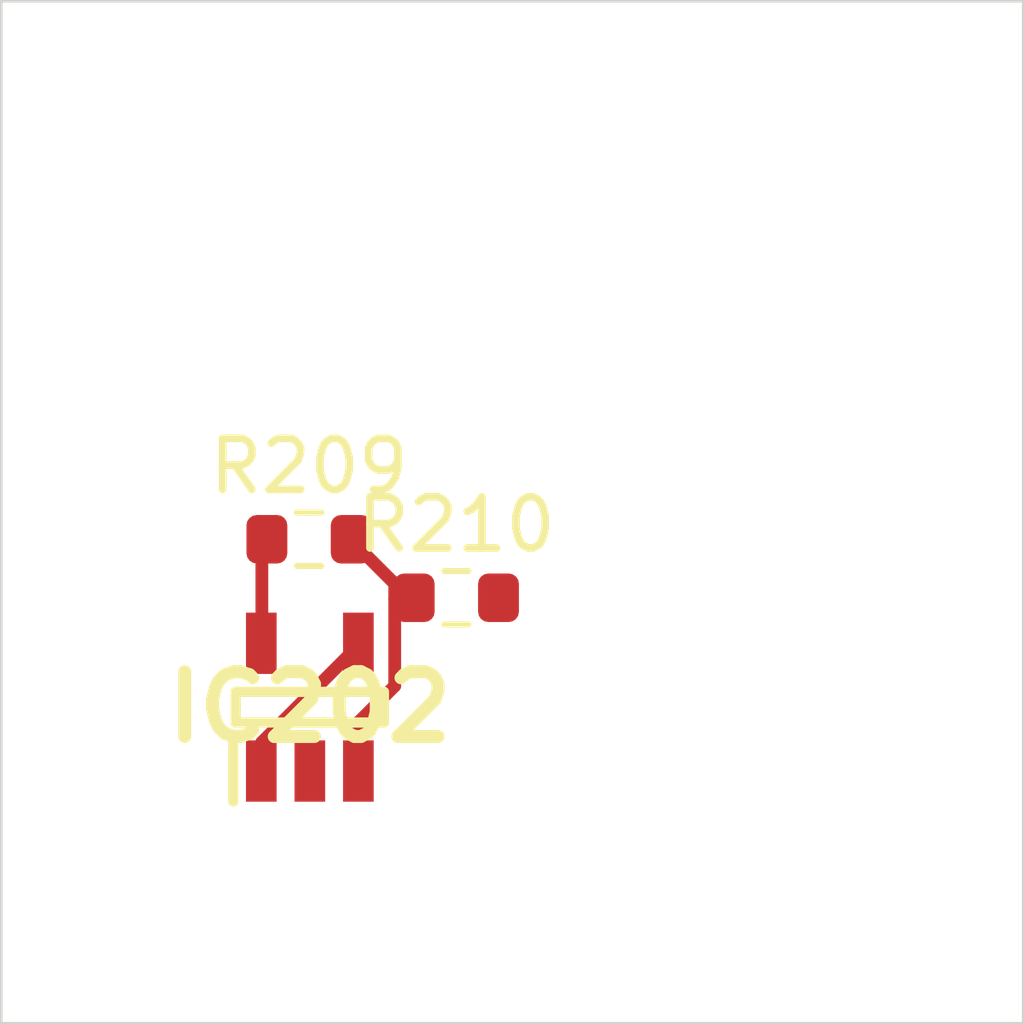
<source format=kicad_pcb>
 ( kicad_pcb  ( version 20171130 )
 ( host pcbnew 5.1.12-84ad8e8a86~92~ubuntu18.04.1 )
 ( general  ( thickness 1.6 )
 ( drawings 4 )
 ( tracks 0 )
 ( zones 0 )
 ( modules 3 )
 ( nets 5 )
)
 ( page A4 )
 ( layers  ( 0 F.Cu signal )
 ( 31 B.Cu signal )
 ( 32 B.Adhes user )
 ( 33 F.Adhes user )
 ( 34 B.Paste user )
 ( 35 F.Paste user )
 ( 36 B.SilkS user )
 ( 37 F.SilkS user )
 ( 38 B.Mask user )
 ( 39 F.Mask user )
 ( 40 Dwgs.User user )
 ( 41 Cmts.User user )
 ( 42 Eco1.User user )
 ( 43 Eco2.User user )
 ( 44 Edge.Cuts user )
 ( 45 Margin user )
 ( 46 B.CrtYd user )
 ( 47 F.CrtYd user )
 ( 48 B.Fab user )
 ( 49 F.Fab user )
)
 ( setup  ( last_trace_width 0.25 )
 ( trace_clearance 0.2 )
 ( zone_clearance 0.508 )
 ( zone_45_only no )
 ( trace_min 0.2 )
 ( via_size 0.8 )
 ( via_drill 0.4 )
 ( via_min_size 0.4 )
 ( via_min_drill 0.3 )
 ( uvia_size 0.3 )
 ( uvia_drill 0.1 )
 ( uvias_allowed no )
 ( uvia_min_size 0.2 )
 ( uvia_min_drill 0.1 )
 ( edge_width 0.05 )
 ( segment_width 0.2 )
 ( pcb_text_width 0.3 )
 ( pcb_text_size 1.5 1.5 )
 ( mod_edge_width 0.12 )
 ( mod_text_size 1 1 )
 ( mod_text_width 0.15 )
 ( pad_size 1.524 1.524 )
 ( pad_drill 0.762 )
 ( pad_to_mask_clearance 0 )
 ( aux_axis_origin 0 0 )
 ( visible_elements FFFFFF7F )
 ( pcbplotparams  ( layerselection 0x010fc_ffffffff )
 ( usegerberextensions false )
 ( usegerberattributes true )
 ( usegerberadvancedattributes true )
 ( creategerberjobfile true )
 ( excludeedgelayer true )
 ( linewidth 0.100000 )
 ( plotframeref false )
 ( viasonmask false )
 ( mode 1 )
 ( useauxorigin false )
 ( hpglpennumber 1 )
 ( hpglpenspeed 20 )
 ( hpglpendiameter 15.000000 )
 ( psnegative false )
 ( psa4output false )
 ( plotreference true )
 ( plotvalue true )
 ( plotinvisibletext false )
 ( padsonsilk false )
 ( subtractmaskfromsilk false )
 ( outputformat 1 )
 ( mirror false )
 ( drillshape 1 )
 ( scaleselection 1 )
 ( outputdirectory "" )
)
)
 ( net 0 "" )
 ( net 1 GND )
 ( net 2 VDDA )
 ( net 3 /Sheet6235D886/vp )
 ( net 4 "Net-(IC202-Pad3)" )
 ( net_class Default "This is the default net class."  ( clearance 0.2 )
 ( trace_width 0.25 )
 ( via_dia 0.8 )
 ( via_drill 0.4 )
 ( uvia_dia 0.3 )
 ( uvia_drill 0.1 )
 ( add_net /Sheet6235D886/vp )
 ( add_net GND )
 ( add_net "Net-(IC202-Pad3)" )
 ( add_net VDDA )
)
 ( module SOT95P280X145-5N locked  ( layer F.Cu )
 ( tedit 62336ED7 )
 ( tstamp 623423ED )
 ( at 86.038900 113.815000 90.000000 )
 ( descr DBV0005A )
 ( tags "Integrated Circuit" )
 ( path /6235D887/6266C08E )
 ( attr smd )
 ( fp_text reference IC202  ( at 0 0 )
 ( layer F.SilkS )
 ( effects  ( font  ( size 1.27 1.27 )
 ( thickness 0.254 )
)
)
)
 ( fp_text value TL071HIDBVR  ( at 0 0 )
 ( layer F.SilkS )
hide  ( effects  ( font  ( size 1.27 1.27 )
 ( thickness 0.254 )
)
)
)
 ( fp_line  ( start -1.85 -1.5 )
 ( end -0.65 -1.5 )
 ( layer F.SilkS )
 ( width 0.2 )
)
 ( fp_line  ( start -0.3 1.45 )
 ( end -0.3 -1.45 )
 ( layer F.SilkS )
 ( width 0.2 )
)
 ( fp_line  ( start 0.3 1.45 )
 ( end -0.3 1.45 )
 ( layer F.SilkS )
 ( width 0.2 )
)
 ( fp_line  ( start 0.3 -1.45 )
 ( end 0.3 1.45 )
 ( layer F.SilkS )
 ( width 0.2 )
)
 ( fp_line  ( start -0.3 -1.45 )
 ( end 0.3 -1.45 )
 ( layer F.SilkS )
 ( width 0.2 )
)
 ( fp_line  ( start -0.8 -0.5 )
 ( end 0.15 -1.45 )
 ( layer Dwgs.User )
 ( width 0.1 )
)
 ( fp_line  ( start -0.8 1.45 )
 ( end -0.8 -1.45 )
 ( layer Dwgs.User )
 ( width 0.1 )
)
 ( fp_line  ( start 0.8 1.45 )
 ( end -0.8 1.45 )
 ( layer Dwgs.User )
 ( width 0.1 )
)
 ( fp_line  ( start 0.8 -1.45 )
 ( end 0.8 1.45 )
 ( layer Dwgs.User )
 ( width 0.1 )
)
 ( fp_line  ( start -0.8 -1.45 )
 ( end 0.8 -1.45 )
 ( layer Dwgs.User )
 ( width 0.1 )
)
 ( fp_line  ( start -2.1 1.775 )
 ( end -2.1 -1.775 )
 ( layer Dwgs.User )
 ( width 0.05 )
)
 ( fp_line  ( start 2.1 1.775 )
 ( end -2.1 1.775 )
 ( layer Dwgs.User )
 ( width 0.05 )
)
 ( fp_line  ( start 2.1 -1.775 )
 ( end 2.1 1.775 )
 ( layer Dwgs.User )
 ( width 0.05 )
)
 ( fp_line  ( start -2.1 -1.775 )
 ( end 2.1 -1.775 )
 ( layer Dwgs.User )
 ( width 0.05 )
)
 ( pad 1 smd rect  ( at -1.25 -0.95 180.000000 )
 ( size 0.6 1.2 )
 ( layers F.Cu F.Mask F.Paste )
 ( net 3 /Sheet6235D886/vp )
)
 ( pad 2 smd rect  ( at -1.25 0 180.000000 )
 ( size 0.6 1.2 )
 ( layers F.Cu F.Mask F.Paste )
 ( net 1 GND )
)
 ( pad 3 smd rect  ( at -1.25 0.95 180.000000 )
 ( size 0.6 1.2 )
 ( layers F.Cu F.Mask F.Paste )
 ( net 4 "Net-(IC202-Pad3)" )
)
 ( pad 4 smd rect  ( at 1.25 0.95 180.000000 )
 ( size 0.6 1.2 )
 ( layers F.Cu F.Mask F.Paste )
 ( net 3 /Sheet6235D886/vp )
)
 ( pad 5 smd rect  ( at 1.25 -0.95 180.000000 )
 ( size 0.6 1.2 )
 ( layers F.Cu F.Mask F.Paste )
 ( net 2 VDDA )
)
)
 ( module Resistor_SMD:R_0603_1608Metric  ( layer F.Cu )
 ( tedit 5F68FEEE )
 ( tstamp 62342595 )
 ( at 86.023500 110.529000 )
 ( descr "Resistor SMD 0603 (1608 Metric), square (rectangular) end terminal, IPC_7351 nominal, (Body size source: IPC-SM-782 page 72, https://www.pcb-3d.com/wordpress/wp-content/uploads/ipc-sm-782a_amendment_1_and_2.pdf), generated with kicad-footprint-generator" )
 ( tags resistor )
 ( path /6235D887/623CDBD9 )
 ( attr smd )
 ( fp_text reference R209  ( at 0 -1.43 )
 ( layer F.SilkS )
 ( effects  ( font  ( size 1 1 )
 ( thickness 0.15 )
)
)
)
 ( fp_text value 100k  ( at 0 1.43 )
 ( layer F.Fab )
 ( effects  ( font  ( size 1 1 )
 ( thickness 0.15 )
)
)
)
 ( fp_line  ( start -0.8 0.4125 )
 ( end -0.8 -0.4125 )
 ( layer F.Fab )
 ( width 0.1 )
)
 ( fp_line  ( start -0.8 -0.4125 )
 ( end 0.8 -0.4125 )
 ( layer F.Fab )
 ( width 0.1 )
)
 ( fp_line  ( start 0.8 -0.4125 )
 ( end 0.8 0.4125 )
 ( layer F.Fab )
 ( width 0.1 )
)
 ( fp_line  ( start 0.8 0.4125 )
 ( end -0.8 0.4125 )
 ( layer F.Fab )
 ( width 0.1 )
)
 ( fp_line  ( start -0.237258 -0.5225 )
 ( end 0.237258 -0.5225 )
 ( layer F.SilkS )
 ( width 0.12 )
)
 ( fp_line  ( start -0.237258 0.5225 )
 ( end 0.237258 0.5225 )
 ( layer F.SilkS )
 ( width 0.12 )
)
 ( fp_line  ( start -1.48 0.73 )
 ( end -1.48 -0.73 )
 ( layer F.CrtYd )
 ( width 0.05 )
)
 ( fp_line  ( start -1.48 -0.73 )
 ( end 1.48 -0.73 )
 ( layer F.CrtYd )
 ( width 0.05 )
)
 ( fp_line  ( start 1.48 -0.73 )
 ( end 1.48 0.73 )
 ( layer F.CrtYd )
 ( width 0.05 )
)
 ( fp_line  ( start 1.48 0.73 )
 ( end -1.48 0.73 )
 ( layer F.CrtYd )
 ( width 0.05 )
)
 ( fp_text user %R  ( at 0 0 )
 ( layer F.Fab )
 ( effects  ( font  ( size 0.4 0.4 )
 ( thickness 0.06 )
)
)
)
 ( pad 1 smd roundrect  ( at -0.825 0 )
 ( size 0.8 0.95 )
 ( layers F.Cu F.Mask F.Paste )
 ( roundrect_rratio 0.25 )
 ( net 2 VDDA )
)
 ( pad 2 smd roundrect  ( at 0.825 0 )
 ( size 0.8 0.95 )
 ( layers F.Cu F.Mask F.Paste )
 ( roundrect_rratio 0.25 )
 ( net 4 "Net-(IC202-Pad3)" )
)
 ( model ${KISYS3DMOD}/Resistor_SMD.3dshapes/R_0603_1608Metric.wrl  ( at  ( xyz 0 0 0 )
)
 ( scale  ( xyz 1 1 1 )
)
 ( rotate  ( xyz 0 0 0 )
)
)
)
 ( module Resistor_SMD:R_0603_1608Metric  ( layer F.Cu )
 ( tedit 5F68FEEE )
 ( tstamp 623425A6 )
 ( at 88.906200 111.674000 )
 ( descr "Resistor SMD 0603 (1608 Metric), square (rectangular) end terminal, IPC_7351 nominal, (Body size source: IPC-SM-782 page 72, https://www.pcb-3d.com/wordpress/wp-content/uploads/ipc-sm-782a_amendment_1_and_2.pdf), generated with kicad-footprint-generator" )
 ( tags resistor )
 ( path /6235D887/623CDBDF )
 ( attr smd )
 ( fp_text reference R210  ( at 0 -1.43 )
 ( layer F.SilkS )
 ( effects  ( font  ( size 1 1 )
 ( thickness 0.15 )
)
)
)
 ( fp_text value 100k  ( at 0 1.43 )
 ( layer F.Fab )
 ( effects  ( font  ( size 1 1 )
 ( thickness 0.15 )
)
)
)
 ( fp_line  ( start 1.48 0.73 )
 ( end -1.48 0.73 )
 ( layer F.CrtYd )
 ( width 0.05 )
)
 ( fp_line  ( start 1.48 -0.73 )
 ( end 1.48 0.73 )
 ( layer F.CrtYd )
 ( width 0.05 )
)
 ( fp_line  ( start -1.48 -0.73 )
 ( end 1.48 -0.73 )
 ( layer F.CrtYd )
 ( width 0.05 )
)
 ( fp_line  ( start -1.48 0.73 )
 ( end -1.48 -0.73 )
 ( layer F.CrtYd )
 ( width 0.05 )
)
 ( fp_line  ( start -0.237258 0.5225 )
 ( end 0.237258 0.5225 )
 ( layer F.SilkS )
 ( width 0.12 )
)
 ( fp_line  ( start -0.237258 -0.5225 )
 ( end 0.237258 -0.5225 )
 ( layer F.SilkS )
 ( width 0.12 )
)
 ( fp_line  ( start 0.8 0.4125 )
 ( end -0.8 0.4125 )
 ( layer F.Fab )
 ( width 0.1 )
)
 ( fp_line  ( start 0.8 -0.4125 )
 ( end 0.8 0.4125 )
 ( layer F.Fab )
 ( width 0.1 )
)
 ( fp_line  ( start -0.8 -0.4125 )
 ( end 0.8 -0.4125 )
 ( layer F.Fab )
 ( width 0.1 )
)
 ( fp_line  ( start -0.8 0.4125 )
 ( end -0.8 -0.4125 )
 ( layer F.Fab )
 ( width 0.1 )
)
 ( fp_text user %R  ( at 0 0 )
 ( layer F.Fab )
 ( effects  ( font  ( size 0.4 0.4 )
 ( thickness 0.06 )
)
)
)
 ( pad 2 smd roundrect  ( at 0.825 0 )
 ( size 0.8 0.95 )
 ( layers F.Cu F.Mask F.Paste )
 ( roundrect_rratio 0.25 )
 ( net 1 GND )
)
 ( pad 1 smd roundrect  ( at -0.825 0 )
 ( size 0.8 0.95 )
 ( layers F.Cu F.Mask F.Paste )
 ( roundrect_rratio 0.25 )
 ( net 4 "Net-(IC202-Pad3)" )
)
 ( model ${KISYS3DMOD}/Resistor_SMD.3dshapes/R_0603_1608Metric.wrl  ( at  ( xyz 0 0 0 )
)
 ( scale  ( xyz 1 1 1 )
)
 ( rotate  ( xyz 0 0 0 )
)
)
)
 ( gr_line  ( start 100 100 )
 ( end 100 120 )
 ( layer Edge.Cuts )
 ( width 0.05 )
 ( tstamp 62E770C4 )
)
 ( gr_line  ( start 80 120 )
 ( end 100 120 )
 ( layer Edge.Cuts )
 ( width 0.05 )
 ( tstamp 62E770C0 )
)
 ( gr_line  ( start 80 100 )
 ( end 100 100 )
 ( layer Edge.Cuts )
 ( width 0.05 )
 ( tstamp 6234110C )
)
 ( gr_line  ( start 80 100 )
 ( end 80 120 )
 ( layer Edge.Cuts )
 ( width 0.05 )
)
 ( segment  ( start 85.200001 110.500002 )
 ( end 85.100001 110.600002 )
 ( width 0.250000 )
 ( layer F.Cu )
 ( net 2 )
)
 ( segment  ( start 85.100001 110.600002 )
 ( end 85.100001 112.600002 )
 ( width 0.250000 )
 ( layer F.Cu )
 ( net 2 )
)
 ( segment  ( start 87.000001 112.600002 )
 ( end 85.100001 114.500002 )
 ( width 0.250000 )
 ( layer F.Cu )
 ( net 3 )
)
 ( segment  ( start 85.100001 114.500002 )
 ( end 85.100001 115.100002 )
 ( width 0.250000 )
 ( layer F.Cu )
 ( net 3 )
)
 ( segment  ( start 86.800001 110.500002 )
 ( end 87.700001 111.400002 )
 ( width 0.250000 )
 ( layer F.Cu )
 ( net 4 )
)
 ( segment  ( start 87.700001 111.400002 )
 ( end 87.700001 113.400002 )
 ( width 0.250000 )
 ( layer F.Cu )
 ( net 4 )
)
 ( segment  ( start 87.700001 113.400002 )
 ( end 87.000001 114.100002 )
 ( width 0.250000 )
 ( layer F.Cu )
 ( net 4 )
)
 ( segment  ( start 87.000001 114.100002 )
 ( end 87.000001 115.100002 )
 ( width 0.250000 )
 ( layer F.Cu )
 ( net 4 )
)
 ( segment  ( start 88.100001 111.700002 )
 ( end 87.700001 111.700002 )
 ( width 0.250000 )
 ( layer F.Cu )
 ( net 4 )
)
)

</source>
